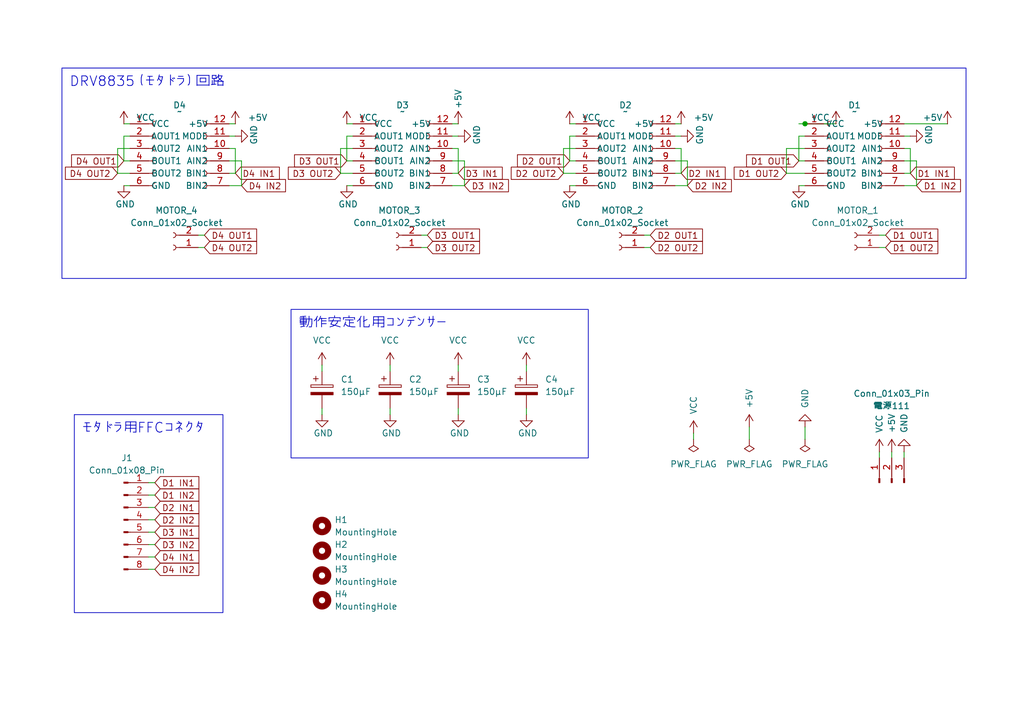
<source format=kicad_sch>
(kicad_sch (version 20250114) (generator "eeschema") (generator_version "9.0")
  (paper "A5")
  (lib_symbols
    (symbol "Connector:Conn_01x02_Socket" (pin_names (offset 1.016) (hide yes))
      (property "Reference" "J" (at 0 2.54 0))
      (property "Value" "Conn_01x02_Socket" (at 0 -5.08 0))
      (symbol "Conn_01x02_Socket_1_1"
        (polyline (pts (xy -1.27 0) (xy -0.508 0)) (stroke (width 0.1524)))
        (polyline (pts (xy -1.27 -2.54) (xy -0.508 -2.54)) (stroke (width 0.1524)))
        (arc (start 0 -0.508) (mid -0.5058 0) (end 0 0.508) (stroke (width 0.1524)))
        (arc (start 0 -3.048) (mid -0.5058 -2.54) (end 0 -2.032) (stroke (width 0.1524)))
        (pin passive line (at -5.08 0 0) (length 3.81) (name "Pin_1") (number "1"))
        (pin passive line (at -5.08 -2.54 0) (length 3.81) (name "Pin_2") (number "2"))
      )
    )
    (symbol "Connector:Conn_01x03_Pin" (pin_names (offset 1.016) (hide yes))
      (property "Reference" "J" (at 0 5.08 0))
      (property "Value" "Conn_01x03_Pin" (at 0 -5.08 0))
      (symbol "Conn_01x03_Pin_1_1"
        (rectangle (start 0.8636 2.667) (end 0 2.413) (stroke (width 0.1524)) (fill (type outline)))
        (rectangle (start 0.8636 0.127) (end 0 -0.127) (stroke (width 0.1524)) (fill (type outline)))
        (rectangle (start 0.8636 -2.413) (end 0 -2.667) (stroke (width 0.1524)) (fill (type outline)))
        (polyline (pts (xy 1.27 2.54) (xy 0.8636 2.54)) (stroke (width 0.1524)))
        (polyline (pts (xy 1.27 0) (xy 0.8636 0)) (stroke (width 0.1524)))
        (polyline (pts (xy 1.27 -2.54) (xy 0.8636 -2.54)) (stroke (width 0.1524)))
        (pin passive line (at 5.08 2.54 180) (length 3.81) (name "Pin_1") (number "1"))
        (pin passive line (at 5.08 0 180) (length 3.81) (name "Pin_2") (number "2"))
        (pin passive line (at 5.08 -2.54 180) (length 3.81) (name "Pin_3") (number "3"))
      )
    )
    (symbol "Connector:Conn_01x08_Pin" (pin_names (offset 1.016) (hide yes))
      (property "Reference" "J" (at 0 10.16 0))
      (property "Value" "Conn_01x08_Pin" (at 0 -12.7 0))
      (symbol "Conn_01x08_Pin_1_1"
        (rectangle (start 0.8636 7.747) (end 0 7.493) (stroke (width 0.1524)) (fill (type outline)))
        (rectangle (start 0.8636 5.207) (end 0 4.953) (stroke (width 0.1524)) (fill (type outline)))
        (rectangle (start 0.8636 2.667) (end 0 2.413) (stroke (width 0.1524)) (fill (type outline)))
        (rectangle (start 0.8636 0.127) (end 0 -0.127) (stroke (width 0.1524)) (fill (type outline)))
        (rectangle (start 0.8636 -2.413) (end 0 -2.667) (stroke (width 0.1524)) (fill (type outline)))
        (rectangle (start 0.8636 -4.953) (end 0 -5.207) (stroke (width 0.1524)) (fill (type outline)))
        (rectangle (start 0.8636 -7.493) (end 0 -7.747) (stroke (width 0.1524)) (fill (type outline)))
        (rectangle (start 0.8636 -10.033) (end 0 -10.287) (stroke (width 0.1524)) (fill (type outline)))
        (polyline (pts (xy 1.27 7.62) (xy 0.8636 7.62)) (stroke (width 0.1524)))
        (polyline (pts (xy 1.27 5.08) (xy 0.8636 5.08)) (stroke (width 0.1524)))
        (polyline (pts (xy 1.27 2.54) (xy 0.8636 2.54)) (stroke (width 0.1524)))
        (polyline (pts (xy 1.27 0) (xy 0.8636 0)) (stroke (width 0.1524)))
        (polyline (pts (xy 1.27 -2.54) (xy 0.8636 -2.54)) (stroke (width 0.1524)))
        (polyline (pts (xy 1.27 -5.08) (xy 0.8636 -5.08)) (stroke (width 0.1524)))
        (polyline (pts (xy 1.27 -7.62) (xy 0.8636 -7.62)) (stroke (width 0.1524)))
        (polyline (pts (xy 1.27 -10.16) (xy 0.8636 -10.16)) (stroke (width 0.1524)))
        (pin passive line (at 5.08 7.62 180) (length 3.81) (name "Pin_1") (number "1"))
        (pin passive line (at 5.08 5.08 180) (length 3.81) (name "Pin_2") (number "2"))
        (pin passive line (at 5.08 2.54 180) (length 3.81) (name "Pin_3") (number "3"))
        (pin passive line (at 5.08 0 180) (length 3.81) (name "Pin_4") (number "4"))
        (pin passive line (at 5.08 -2.54 180) (length 3.81) (name "Pin_5") (number "5"))
        (pin passive line (at 5.08 -5.08 180) (length 3.81) (name "Pin_6") (number "6"))
        (pin passive line (at 5.08 -7.62 180) (length 3.81) (name "Pin_7") (number "7"))
        (pin passive line (at 5.08 -10.16 180) (length 3.81) (name "Pin_8") (number "8"))
      )
    )
    (symbol "Device:C_Polarized" (pin_numbers (hide yes)) (pin_names (offset 0.254))
      (property "Reference" "C" (at 0.635 2.54 0))
      (property "Value" "C_Polarized" (at 0.635 -2.54 0))
      (symbol "C_Polarized_0_1"
        (rectangle (start -2.286 0.508) (end 2.286 1.016))
        (polyline (pts (xy -1.778 2.286) (xy -0.762 2.286)))
        (polyline (pts (xy -1.27 2.794) (xy -1.27 1.778)))
        (rectangle (start 2.286 -0.508) (end -2.286 -1.016) (fill (type outline)))
      )
      (symbol "C_Polarized_1_1"
        (pin passive line (at 0 3.81 270) (length 2.794) (name "~") (number "1"))
        (pin passive line (at 0 -3.81 90) (length 2.794) (name "~") (number "2"))
      )
    )
    (symbol "MOTOR DRIVER:DRV8835"
      (property "Reference" "D" (at -4.826 7.874 0))
      (symbol "DRV8835_1_1"
        (polyline (pts (xy -8.89 5.08) (xy -8.128 5.08)) (stroke (width 0.1524)))
        (polyline (pts (xy -8.89 2.54) (xy -8.128 2.54)) (stroke (width 0.1524)))
        (polyline (pts (xy -8.89 0) (xy -8.128 0)) (stroke (width 0.1524)))
        (polyline (pts (xy -8.89 -2.54) (xy -8.128 -2.54)) (stroke (width 0.1524)))
        (polyline (pts (xy -8.89 -5.08) (xy -8.128 -5.08)) (stroke (width 0.1524)))
        (polyline (pts (xy -8.89 -7.62) (xy -8.128 -7.62)) (stroke (width 0.1524)))
        (arc (start -7.62 4.572) (mid -8.1258 5.08) (end -7.62 5.588) (stroke (width 0.1524)))
        (arc (start -7.62 2.032) (mid -8.1258 2.54) (end -7.62 3.048) (stroke (width 0.1524)))
        (arc (start -7.62 -0.508) (mid -8.1258 0) (end -7.62 0.508) (stroke (width 0.1524)))
        (arc (start -7.62 -3.048) (mid -8.1258 -2.54) (end -7.62 -2.032) (stroke (width 0.1524)))
        (arc (start -7.62 -5.588) (mid -8.1258 -5.08) (end -7.62 -4.572) (stroke (width 0.1524)))
        (arc (start -7.62 -8.128) (mid -8.1258 -7.62) (end -7.62 -7.112) (stroke (width 0.1524)))
        (arc (start 2.54 5.588) (mid 3.046 5.08) (end 2.54 4.572) (stroke (width 0.1524)))
        (arc (start 2.54 3.048) (mid 3.046 2.54) (end 2.54 2.032) (stroke (width 0.1524)))
        (arc (start 2.54 0.508) (mid 3.046 0) (end 2.54 -0.508) (stroke (width 0.1524)))
        (arc (start 2.54 -2.032) (mid 3.046 -2.54) (end 2.54 -3.048) (stroke (width 0.1524)))
        (arc (start 2.54 -4.572) (mid 3.046 -5.08) (end 2.54 -5.588) (stroke (width 0.1524)))
        (arc (start 2.54 -7.112) (mid 3.046 -7.62) (end 2.54 -8.128) (stroke (width 0.1524)))
        (polyline (pts (xy 3.81 5.08) (xy 3.048 5.08)) (stroke (width 0.1524)))
        (polyline (pts (xy 3.81 2.54) (xy 3.048 2.54)) (stroke (width 0.1524)))
        (polyline (pts (xy 3.81 0) (xy 3.048 0)) (stroke (width 0.1524)))
        (polyline (pts (xy 3.81 -2.54) (xy 3.048 -2.54)) (stroke (width 0.1524)))
        (polyline (pts (xy 3.81 -5.08) (xy 3.048 -5.08)) (stroke (width 0.1524)))
        (polyline (pts (xy 3.81 -7.62) (xy 3.048 -7.62)) (stroke (width 0.1524)))
        (pin passive line (at -12.7 5.08 0) (length 3.81) (name "VCC") (number "1"))
        (pin passive line (at -12.7 2.54 0) (length 3.81) (name "AOUT1") (number "2"))
        (pin passive line (at -12.7 0 0) (length 3.81) (name "AOUT2") (number "3"))
        (pin passive line (at -12.7 -2.54 0) (length 3.81) (name "BOUT1") (number "4"))
        (pin passive line (at -12.7 -5.08 0) (length 3.81) (name "BOUT2") (number "5"))
        (pin passive line (at -12.7 -7.62 0) (length 3.81) (name "GND") (number "6"))
        (pin passive line (at 7.62 5.08 180) (length 3.81) (name "+5V") (number "12"))
        (pin passive line (at 7.62 2.54 180) (length 3.81) (name "MODE") (number "11"))
        (pin passive line (at 7.62 0 180) (length 3.81) (name "AIN1") (number "10"))
        (pin passive line (at 7.62 -2.54 180) (length 3.81) (name "AIN2") (number "9"))
        (pin passive line (at 7.62 -5.08 180) (length 3.81) (name "BIN1") (number "8"))
        (pin passive line (at 7.62 -7.62 180) (length 3.81) (name "BIN2") (number "7"))
      )
    )
    (symbol "Mechanical:MountingHole" (pin_names (offset 1.016)) (exclude_from_sim yes) (in_bom no)
      (property "Reference" "H" (at 0 5.08 0))
      (property "Value" "MountingHole" (at 0 3.175 0))
      (symbol "MountingHole_0_1"
        (circle (center 0 0) (radius 1.27) (stroke (width 1.27)))
      )
    )
    (symbol "power:+5V" (power) (pin_numbers (hide yes)) (pin_names (offset 0) (hide yes))
      (property "Value" "+5V" (at 0 3.556 0))
      (symbol "+5V_0_1"
        (polyline (pts (xy -0.762 1.27) (xy 0 2.54)))
        (polyline (pts (xy 0 2.54) (xy 0.762 1.27)))
        (polyline (pts (xy 0 0) (xy 0 2.54)))
      )
      (symbol "+5V_1_1"
        (pin power_in line (at 0 0 90) (length 0) (name "~") (number "1"))
      )
    )
    (symbol "power:GND" (power) (pin_numbers (hide yes)) (pin_names (offset 0) (hide yes))
      (property "Value" "GND" (at 0 -3.81 0))
      (symbol "GND_0_1"
        (polyline (pts (xy 0 0) (xy 0 -1.27) (xy 1.27 -1.27) (xy 0 -2.54) (xy -1.27 -1.27) (xy 0 -1.27)))
      )
      (symbol "GND_1_1"
        (pin power_in line (at 0 0 270) (length 0) (name "~") (number "1"))
      )
    )
    (symbol "power:PWR_FLAG" (power) (pin_numbers (hide yes)) (pin_names (offset 0) (hide yes))
      (property "Value" "PWR_FLAG" (at 0 3.81 0))
      (symbol "PWR_FLAG_0_0"
        (pin power_out line (at 0 0 90) (length 0) (name "~") (number "1"))
      )
      (symbol "PWR_FLAG_0_1"
        (polyline (pts (xy 0 0) (xy 0 1.27) (xy -1.016 1.905) (xy 0 2.54) (xy 1.016 1.905) (xy 0 1.27)))
      )
    )
    (symbol "power:VCC" (power) (pin_numbers (hide yes)) (pin_names (offset 0) (hide yes))
      (property "Value" "VCC" (at 0 3.556 0))
      (symbol "VCC_0_1"
        (polyline (pts (xy -0.762 1.27) (xy 0 2.54)))
        (polyline (pts (xy 0 2.54) (xy 0.762 1.27)))
        (polyline (pts (xy 0 0) (xy 0 2.54)))
      )
      (symbol "VCC_1_1"
        (pin power_in line (at 0 0 90) (length 0) (name "~") (number "1"))
      )
    )
  )
  (text_box "DRV8835（モタドラ）回路" (at 12.7 13.97 0) (size 185.42 43.18) (margins 1.5 1.5 1.5 1.5) (effects (font (size 2 2)) (justify left top)))
  (text_box "動作安定化用コンデンサー" (at 59.69 63.5 0) (size 60.96 30.48) (margins 1.5 1.5 1.5 1.5) (effects (font (size 2 2)) (justify left top)))
  (text_box "モタドラ用FFCコネクタ" (at 15.24 85.09 0) (size 30.48 40.64) (margins 1.5 1.5 1.5 1.5) (effects (font (size 2 2)) (justify left top)))
  (junction (at 165.1 25.4))
  (wire (pts (xy 25.4 33.02) (xy 26.67 33.02)))
  (wire (pts (xy 115.57 30.48) (xy 115.57 35.56)))
  (wire (pts (xy 132.08 48.26) (xy 133.35 48.26)))
  (wire (pts (xy 163.83 27.94) (xy 163.83 33.02)))
  (wire (pts (xy 181.61 48.26) (xy 180.34 48.26)))
  (wire (pts (xy 153.67 87.63) (xy 153.67 90.17)))
  (wire (pts (xy 161.29 30.48) (xy 165.1 30.48)))
  (wire (pts (xy 116.84 27.94) (xy 116.84 33.02)))
  (wire (pts (xy 163.83 33.02) (xy 165.1 33.02)))
  (wire (pts (xy 118.11 38.1) (xy 116.84 38.1)))
  (wire (pts (xy 46.99 38.1) (xy 49.53 38.1)))
  (wire (pts (xy 138.43 30.48) (xy 139.7 30.48)))
  (wire (pts (xy 185.42 27.94) (xy 186.69 27.94)))
  (wire (pts (xy 95.25 38.1) (xy 92.71 38.1)))
  (wire (pts (xy 31.75 99.06) (xy 30.48 99.06)))
  (wire (pts (xy 24.13 35.56) (xy 26.67 35.56)))
  (wire (pts (xy 139.7 25.4) (xy 138.43 25.4)))
  (wire (pts (xy 165.1 87.63) (xy 165.1 90.17)))
  (wire (pts (xy 185.42 25.4) (xy 194.31 25.4)))
  (wire (pts (xy 92.71 33.02) (xy 95.25 33.02)))
  (wire (pts (xy 182.88 93.98) (xy 182.88 92.71)))
  (wire (pts (xy 116.84 33.02) (xy 118.11 33.02)))
  (wire (pts (xy 26.67 25.4) (xy 25.4 25.4)))
  (wire (pts (xy 48.26 30.48) (xy 48.26 35.56)))
  (wire (pts (xy 133.35 50.8) (xy 132.08 50.8)))
  (wire (pts (xy 139.7 30.48) (xy 139.7 35.56)))
  (wire (pts (xy 139.7 27.94) (xy 138.43 27.94)))
  (wire (pts (xy 140.97 33.02) (xy 140.97 38.1)))
  (wire (pts (xy 46.99 33.02) (xy 49.53 33.02)))
  (wire (pts (xy 41.91 48.26) (xy 40.64 48.26)))
  (wire (pts (xy 31.75 114.3) (xy 30.48 114.3)))
  (wire (pts (xy 92.71 27.94) (xy 93.98 27.94)))
  (wire (pts (xy 46.99 25.4) (xy 48.26 25.4)))
  (wire (pts (xy 186.69 35.56) (xy 185.42 35.56)))
  (wire (pts (xy 41.91 50.8) (xy 40.64 50.8)))
  (wire (pts (xy 138.43 33.02) (xy 140.97 33.02)))
  (wire (pts (xy 31.75 116.84) (xy 30.48 116.84)))
  (wire (pts (xy 31.75 101.6) (xy 30.48 101.6)))
  (wire (pts (xy 24.13 30.48) (xy 24.13 35.56)))
  (wire (pts (xy 165.1 25.4) (xy 171.45 25.4)))
  (wire (pts (xy 93.98 83.82) (xy 93.98 85.09)))
  (wire (pts (xy 186.69 30.48) (xy 186.69 35.56)))
  (wire (pts (xy 93.98 35.56) (xy 92.71 35.56)))
  (wire (pts (xy 26.67 30.48) (xy 24.13 30.48)))
  (wire (pts (xy 142.24 88.9) (xy 142.24 90.17)))
  (wire (pts (xy 71.12 27.94) (xy 71.12 33.02)))
  (wire (pts (xy 25.4 27.94) (xy 25.4 33.02)))
  (wire (pts (xy 69.85 30.48) (xy 72.39 30.48)))
  (wire (pts (xy 26.67 27.94) (xy 25.4 27.94)))
  (wire (pts (xy 163.83 38.1) (xy 165.1 38.1)))
  (wire (pts (xy 71.12 38.1) (xy 72.39 38.1)))
  (wire (pts (xy 93.98 30.48) (xy 93.98 35.56)))
  (wire (pts (xy 92.71 30.48) (xy 93.98 30.48)))
  (wire (pts (xy 87.63 48.26) (xy 86.36 48.26)))
  (wire (pts (xy 115.57 35.56) (xy 118.11 35.56)))
  (wire (pts (xy 187.96 38.1) (xy 185.42 38.1)))
  (wire (pts (xy 25.4 38.1) (xy 26.67 38.1)))
  (wire (pts (xy 71.12 33.02) (xy 72.39 33.02)))
  (wire (pts (xy 139.7 35.56) (xy 138.43 35.56)))
  (wire (pts (xy 66.04 83.82) (xy 66.04 85.09)))
  (wire (pts (xy 95.25 33.02) (xy 95.25 38.1)))
  (wire (pts (xy 31.75 106.68) (xy 30.48 106.68)))
  (wire (pts (xy 115.57 30.48) (xy 118.11 30.48)))
  (wire (pts (xy 118.11 27.94) (xy 116.84 27.94)))
  (wire (pts (xy 49.53 33.02) (xy 49.53 38.1)))
  (wire (pts (xy 46.99 30.48) (xy 48.26 30.48)))
  (wire (pts (xy 31.75 111.76) (xy 30.48 111.76)))
  (wire (pts (xy 93.98 25.4) (xy 92.71 25.4)))
  (wire (pts (xy 69.85 30.48) (xy 69.85 35.56)))
  (wire (pts (xy 161.29 35.56) (xy 165.1 35.56)))
  (wire (pts (xy 80.01 83.82) (xy 80.01 85.09)))
  (wire (pts (xy 161.29 30.48) (xy 161.29 35.56)))
  (wire (pts (xy 185.42 30.48) (xy 186.69 30.48)))
  (wire (pts (xy 187.96 33.02) (xy 187.96 38.1)))
  (wire (pts (xy 107.95 74.93) (xy 107.95 76.2)))
  (wire (pts (xy 163.83 25.4) (xy 165.1 25.4)))
  (wire (pts (xy 72.39 25.4) (xy 71.12 25.4)))
  (wire (pts (xy 140.97 38.1) (xy 138.43 38.1)))
  (wire (pts (xy 185.42 93.98) (xy 185.42 92.71)))
  (wire (pts (xy 185.42 33.02) (xy 187.96 33.02)))
  (wire (pts (xy 107.95 83.82) (xy 107.95 85.09)))
  (wire (pts (xy 80.01 74.93) (xy 80.01 76.2)))
  (wire (pts (xy 31.75 109.22) (xy 30.48 109.22)))
  (wire (pts (xy 72.39 27.94) (xy 71.12 27.94)))
  (wire (pts (xy 86.36 50.8) (xy 87.63 50.8)))
  (wire (pts (xy 31.75 104.14) (xy 30.48 104.14)))
  (wire (pts (xy 180.34 93.98) (xy 180.34 92.71)))
  (wire (pts (xy 48.26 27.94) (xy 46.99 27.94)))
  (wire (pts (xy 66.04 74.93) (xy 66.04 76.2)))
  (wire (pts (xy 93.98 74.93) (xy 93.98 76.2)))
  (wire (pts (xy 118.11 25.4) (xy 116.84 25.4)))
  (wire (pts (xy 69.85 35.56) (xy 72.39 35.56)))
  (wire (pts (xy 165.1 27.94) (xy 163.83 27.94)))
  (wire (pts (xy 181.61 50.8) (xy 180.34 50.8)))
  (wire (pts (xy 48.26 35.56) (xy 46.99 35.56)))
  (global_label "D4 OUT1" (shape input) (at 41.91 48.26 0) (property "Intersheetrefs" "${INTERSHEET_REFS}" (effects (hide yes))))
  (global_label "D3 OUT1" (shape input) (at 71.12 33.02 180) (property "Intersheetrefs" "${INTERSHEET_REFS}" (effects (hide yes))))
  (global_label "D3 OUT2" (shape input) (at 69.85 35.56 180) (property "Intersheetrefs" "${INTERSHEET_REFS}" (effects (hide yes))))
  (global_label "D1 IN1" (shape input) (at 186.69 35.56 0) (property "Intersheetrefs" "${INTERSHEET_REFS}" (effects (hide yes))))
  (global_label "D1 IN1" (shape input) (at 31.75 99.06 0) (property "Intersheetrefs" "${INTERSHEET_REFS}" (effects (hide yes))))
  (global_label "D2 IN2" (shape input) (at 31.75 106.68 0) (property "Intersheetrefs" "${INTERSHEET_REFS}" (effects (hide yes))))
  (global_label "D1 IN2" (shape input) (at 187.96 38.1 0) (property "Intersheetrefs" "${INTERSHEET_REFS}" (effects (hide yes))))
  (global_label "D2 OUT2" (shape input) (at 115.57 35.56 180) (property "Intersheetrefs" "${INTERSHEET_REFS}" (effects (hide yes))))
  (global_label "D4 OUT2" (shape input) (at 24.13 35.56 180) (property "Intersheetrefs" "${INTERSHEET_REFS}" (effects (hide yes))))
  (global_label "D4 IN1" (shape input) (at 31.75 114.3 0) (property "Intersheetrefs" "${INTERSHEET_REFS}" (effects (hide yes))))
  (global_label "D3 IN1" (shape input) (at 31.75 109.22 0) (property "Intersheetrefs" "${INTERSHEET_REFS}" (effects (hide yes))))
  (global_label "D3 IN1" (shape input) (at 93.98 35.56 0) (property "Intersheetrefs" "${INTERSHEET_REFS}" (effects (hide yes))))
  (global_label "D4 IN1" (shape input) (at 48.26 35.56 0) (property "Intersheetrefs" "${INTERSHEET_REFS}" (effects (hide yes))))
  (global_label "D4 OUT2" (shape input) (at 41.91 50.8 0) (property "Intersheetrefs" "${INTERSHEET_REFS}" (effects (hide yes))))
  (global_label "D2 OUT1" (shape input) (at 133.35 48.26 0) (property "Intersheetrefs" "${INTERSHEET_REFS}" (effects (hide yes))))
  (global_label "D2 OUT2" (shape input) (at 133.35 50.8 0) (property "Intersheetrefs" "${INTERSHEET_REFS}" (effects (hide yes))))
  (global_label "D4 OUT1" (shape input) (at 25.4 33.02 180) (property "Intersheetrefs" "${INTERSHEET_REFS}" (effects (hide yes))))
  (global_label "D3 IN2" (shape input) (at 95.25 38.1 0) (property "Intersheetrefs" "${INTERSHEET_REFS}" (effects (hide yes))))
  (global_label "D2 OUT1" (shape input) (at 116.84 33.02 180) (property "Intersheetrefs" "${INTERSHEET_REFS}" (effects (hide yes))))
  (global_label "D3 OUT2" (shape input) (at 87.63 50.8 0) (property "Intersheetrefs" "${INTERSHEET_REFS}" (effects (hide yes))))
  (global_label "D1 OUT1" (shape input) (at 181.61 48.26 0) (property "Intersheetrefs" "${INTERSHEET_REFS}" (effects (hide yes))))
  (global_label "D4 IN2" (shape input) (at 49.53 38.1 0) (property "Intersheetrefs" "${INTERSHEET_REFS}" (effects (hide yes))))
  (global_label "D1 OUT2" (shape input) (at 181.61 50.8 0) (property "Intersheetrefs" "${INTERSHEET_REFS}" (effects (hide yes))))
  (global_label "D4 IN2" (shape input) (at 31.75 116.84 0) (property "Intersheetrefs" "${INTERSHEET_REFS}" (effects (hide yes))))
  (global_label "D2 IN2" (shape input) (at 140.97 38.1 0) (property "Intersheetrefs" "${INTERSHEET_REFS}" (effects (hide yes))))
  (global_label "D1 OUT1" (shape input) (at 163.83 33.02 180) (property "Intersheetrefs" "${INTERSHEET_REFS}" (effects (hide yes))))
  (global_label "D1 OUT2" (shape input) (at 161.29 35.56 180) (property "Intersheetrefs" "${INTERSHEET_REFS}" (effects (hide yes))))
  (global_label "D3 IN2" (shape input) (at 31.75 111.76 0) (property "Intersheetrefs" "${INTERSHEET_REFS}" (effects (hide yes))))
  (global_label "D2 IN1" (shape input) (at 31.75 104.14 0) (property "Intersheetrefs" "${INTERSHEET_REFS}" (effects (hide yes))))
  (global_label "D3 OUT1" (shape input) (at 87.63 48.26 0) (property "Intersheetrefs" "${INTERSHEET_REFS}" (effects (hide yes))))
  (global_label "D2 IN1" (shape input) (at 139.7 35.56 0) (property "Intersheetrefs" "${INTERSHEET_REFS}" (effects (hide yes))))
  (global_label "D1 IN2" (shape input) (at 31.75 101.6 0) (property "Intersheetrefs" "${INTERSHEET_REFS}" (effects (hide yes))))
  (symbol (lib_id "Device:C_Polarized") (at 80.01 80.01 0) (unit 1)
    (property "Reference" "C2" (at 83.82 77.8509 0) (effects (justify left)))
    (property "Value" "150μF" (at 83.82 80.3909 0) (effects (justify left)))
    (property "Footprint" "Capacitor_THT:CP_Radial_D8.0mm_P3.50mm" (effects (hide yes)))
    (property "Description" "Polarized capacitor" (effects (hide yes)))
  )
  (symbol (lib_id "power:+5V") (at 48.26 25.4 0) (unit 1)
    (property "Reference" "#PWR01" (effects (hide yes)))
    (property "Value" "+5V" (at 50.8 24.1299 0) (effects (justify left)))
    (property "Description" "Power symbol creates a global label with name \"+5V\"" (effects (hide yes)))
  )
  (symbol (lib_id "power:VCC") (at 71.12 25.4 0) (unit 1)
    (property "Reference" "#PWR08" (effects (hide yes)))
    (property "Value" "VCC" (at 73.66 24.1299 0) (effects (justify left)))
    (property "Description" "Power symbol creates a global label with name \"VCC\"" (effects (hide yes)))
  )
  (symbol (lib_id "power:VCC") (at 25.4 25.4 0) (unit 1)
    (property "Reference" "#PWR03" (effects (hide yes)))
    (property "Value" "VCC" (at 27.94 24.1299 0) (effects (justify left)))
    (property "Description" "Power symbol creates a global label with name \"VCC\"" (effects (hide yes)))
  )
  (symbol (lib_id "power:+5V") (at 93.98 25.4 0) (unit 1)
    (property "Reference" "#PWR04" (effects (hide yes)))
    (property "Value" "+5V" (at 93.98 22.352 90) (effects (justify left)))
    (property "Description" "Power symbol creates a global label with name \"+5V\"" (effects (hide yes)))
  )
  (symbol (lib_id "power:GND") (at 139.7 27.94 90) (unit 1)
    (property "Reference" "#PWR022" (effects (hide yes)))
    (property "Value" "GND" (at 143.51 29.718 0) (effects (justify left)))
    (property "Description" "Power symbol creates a global label with name \"GND\" , ground" (effects (hide yes)))
  )
  (symbol (lib_id "Connector:Conn_01x08_Pin") (at 25.4 106.68 0) (unit 1)
    (property "Reference" "J1" (at 26.035 93.98 0))
    (property "Value" "Conn_01x08_Pin" (at 26.035 96.52 0))
    (property "Footprint" "MOTORDRIVE:CON_522710879_MOL" (effects (hide yes)))
    (property "Description" "Generic connector, single row, 01x08, script generated" (effects (hide yes)))
  )
  (symbol (lib_id "Device:C_Polarized") (at 107.95 80.01 0) (unit 1)
    (property "Reference" "C4" (at 111.76 77.8509 0) (effects (justify left)))
    (property "Value" "150μF" (at 111.76 80.3909 0) (effects (justify left)))
    (property "Footprint" "Capacitor_THT:CP_Radial_D8.0mm_P3.50mm" (effects (hide yes)))
    (property "Description" "Polarized capacitor" (effects (hide yes)))
  )
  (symbol (lib_id "power:VCC") (at 180.34 92.71 0) (unit 1)
    (property "Reference" "#PWR05" (effects (hide yes)))
    (property "Value" "VCC" (at 180.3399 88.9 90) (effects (justify left)))
    (property "Description" "Power symbol creates a global label with name \"VCC\"" (effects (hide yes)))
  )
  (symbol (lib_id "power:+5V") (at 139.7 25.4 0) (unit 1)
    (property "Reference" "#PWR09" (effects (hide yes)))
    (property "Value" "+5V" (at 142.24 24.1299 0) (effects (justify left)))
    (property "Description" "Power symbol creates a global label with name \"+5V\"" (effects (hide yes)))
  )
  (symbol (lib_id "Connector:Conn_01x02_Socket") (at 127 50.8 180) (unit 1)
    (property "Reference" "MOTOR_2" (at 127.635 43.18 0))
    (property "Value" "Conn_01x02_Socket" (at 127.635 45.72 0))
    (property "Footprint" "Connector_JST:JST_XH_S2B-XH-A_1x02_P2.50mm_Horizontal" (effects (hide yes)))
    (property "Description" "Generic connector, single row, 01x02, script generated" (effects (hide yes)))
  )
  (symbol (lib_id "Mechanical:MountingHole") (at 66.04 123.19 0) (unit 1) (exclude_from_sim yes) (in_bom no)
    (property "Reference" "H4" (at 68.58 121.9199 0) (effects (justify left)))
    (property "Value" "MountingHole" (at 68.58 124.4599 0) (effects (justify left)))
    (property "Footprint" "MountingHole:MountingHole_3.2mm_M3" (effects (hide yes)))
    (property "Description" "Mounting Hole without connection" (effects (hide yes)))
  )
  (symbol (lib_id "Connector:Conn_01x03_Pin") (at 182.88 99.06 90) (unit 1)
    (property "Reference" "電源111" (at 182.88 83.312 90))
    (property "Value" "Conn_01x03_Pin" (at 182.88 80.772 90))
    (property "Footprint" "Connector_PinHeader_2.54mm:PinHeader_1x03_P2.54mm_Vertical" (effects (hide yes)))
    (property "Description" "Generic connector, single row, 01x03, script generated" (effects (hide yes)))
  )
  (symbol (lib_id "power:GND") (at 116.84 38.1 0) (unit 1)
    (property "Reference" "#PWR021" (effects (hide yes)))
    (property "Value" "GND" (at 115.062 41.91 0) (effects (justify left)))
    (property "Description" "Power symbol creates a global label with name \"GND\" , ground" (effects (hide yes)))
  )
  (symbol (lib_id "power:PWR_FLAG") (at 142.24 90.17 180) (unit 1)
    (property "Reference" "#FLG01" (effects (hide yes)))
    (property "Value" "PWR_FLAG" (at 142.24 95.25 0))
    (property "Description" "Special symbol for telling ERC where power comes from" (effects (hide yes)))
  )
  (symbol (lib_id "Device:C_Polarized") (at 66.04 80.01 0) (unit 1)
    (property "Reference" "C1" (at 69.85 77.8509 0) (effects (justify left)))
    (property "Value" "150μF" (at 69.85 80.3909 0) (effects (justify left)))
    (property "Footprint" "Capacitor_THT:CP_Radial_D8.0mm_P3.50mm" (effects (hide yes)))
    (property "Description" "Polarized capacitor" (effects (hide yes)))
  )
  (symbol (lib_id "Mechanical:MountingHole") (at 66.04 118.11 0) (unit 1) (exclude_from_sim yes) (in_bom no)
    (property "Reference" "H3" (at 68.58 116.8399 0) (effects (justify left)))
    (property "Value" "MountingHole" (at 68.58 119.3799 0) (effects (justify left)))
    (property "Footprint" "MountingHole:MountingHole_3.2mm_M3" (effects (hide yes)))
    (property "Description" "Mounting Hole without connection" (effects (hide yes)))
  )
  (symbol (lib_id "MOTOR DRIVER:DRV8835") (at 85.09 30.48 0) (unit 1)
    (property "Reference" "D3" (at 82.55 21.59 0))
    (property "Value" "~" (at 82.55 22.86 0))
    (property "Footprint" "MOTORDRIVE:DRV8835" (effects (hide yes)))
  )
  (symbol (lib_id "power:VCC") (at 66.04 74.93 0) (unit 1)
    (property "Reference" "#PWR02" (effects (hide yes)))
    (property "Value" "VCC" (at 66.04 69.85 0))
    (property "Description" "Power symbol creates a global label with name \"VCC\"" (effects (hide yes)))
  )
  (symbol (lib_id "power:+5V") (at 194.31 25.4 0) (unit 1)
    (property "Reference" "#PWR011" (effects (hide yes)))
    (property "Value" "+5V" (at 189.23 24.1299 0) (effects (justify left)))
    (property "Description" "Power symbol creates a global label with name \"+5V\"" (effects (hide yes)))
  )
  (symbol (lib_id "power:GND") (at 66.04 85.09 0) (unit 1)
    (property "Reference" "#PWR016" (effects (hide yes)))
    (property "Value" "GND" (at 64.262 88.9 0) (effects (justify left)))
    (property "Description" "Power symbol creates a global label with name \"GND\" , ground" (effects (hide yes)))
  )
  (symbol (lib_id "power:GND") (at 71.12 38.1 0) (unit 1)
    (property "Reference" "#PWR019" (effects (hide yes)))
    (property "Value" "GND" (at 69.342 41.91 0) (effects (justify left)))
    (property "Description" "Power symbol creates a global label with name \"GND\" , ground" (effects (hide yes)))
  )
  (symbol (lib_id "power:GND") (at 25.4 38.1 0) (unit 1)
    (property "Reference" "#PWR018" (effects (hide yes)))
    (property "Value" "GND" (at 23.622 41.91 0) (effects (justify left)))
    (property "Description" "Power symbol creates a global label with name \"GND\" , ground" (effects (hide yes)))
  )
  (symbol (lib_id "power:VCC") (at 171.45 25.4 0) (unit 1)
    (property "Reference" "#PWR015" (effects (hide yes)))
    (property "Value" "VCC" (at 166.37 24.1299 0) (effects (justify left)))
    (property "Description" "Power symbol creates a global label with name \"VCC\"" (effects (hide yes)))
  )
  (symbol (lib_id "Connector:Conn_01x02_Socket") (at 35.56 50.8 180) (unit 1)
    (property "Reference" "MOTOR_4" (at 36.195 43.18 0))
    (property "Value" "Conn_01x02_Socket" (at 36.195 45.72 0))
    (property "Footprint" "Connector_JST:JST_XH_S2B-XH-A_1x02_P2.50mm_Horizontal" (effects (hide yes)))
    (property "Description" "Generic connector, single row, 01x02, script generated" (effects (hide yes)))
  )
  (symbol (lib_id "power:VCC") (at 142.24 88.9 0) (unit 1)
    (property "Reference" "#PWR012" (effects (hide yes)))
    (property "Value" "VCC" (at 142.2399 85.09 90) (effects (justify left)))
    (property "Description" "Power symbol creates a global label with name \"VCC\"" (effects (hide yes)))
  )
  (symbol (lib_id "Device:C_Polarized") (at 93.98 80.01 0) (unit 1)
    (property "Reference" "C3" (at 97.79 77.8509 0) (effects (justify left)))
    (property "Value" "150μF" (at 97.79 80.3909 0) (effects (justify left)))
    (property "Footprint" "Capacitor_THT:CP_Radial_D8.0mm_P3.50mm" (effects (hide yes)))
    (property "Description" "Polarized capacitor" (effects (hide yes)))
  )
  (symbol (lib_id "MOTOR DRIVER:DRV8835") (at 39.37 30.48 0) (unit 1)
    (property "Reference" "D4" (at 36.83 21.59 0))
    (property "Value" "~" (at 36.83 22.86 0))
    (property "Footprint" "MOTORDRIVE:DRV8835" (effects (hide yes)))
  )
  (symbol (lib_id "Connector:Conn_01x02_Socket") (at 81.28 50.8 180) (unit 1)
    (property "Reference" "MOTOR_3" (at 81.915 43.18 0))
    (property "Value" "Conn_01x02_Socket" (at 81.915 45.72 0))
    (property "Footprint" "Connector_JST:JST_XH_S2B-XH-A_1x02_P2.50mm_Horizontal" (effects (hide yes)))
    (property "Description" "Generic connector, single row, 01x02, script generated" (effects (hide yes)))
  )
  (symbol (lib_id "power:VCC") (at 80.01 74.93 0) (unit 1)
    (property "Reference" "#PWR025" (effects (hide yes)))
    (property "Value" "VCC" (at 80.01 69.85 0))
    (property "Description" "Power symbol creates a global label with name \"VCC\"" (effects (hide yes)))
  )
  (symbol (lib_id "Connector:Conn_01x02_Socket") (at 175.26 50.8 180) (unit 1)
    (property "Reference" "MOTOR_1" (at 175.895 43.18 0))
    (property "Value" "Conn_01x02_Socket" (at 175.895 45.72 0))
    (property "Footprint" "Connector_JST:JST_XH_S2B-XH-A_1x02_P2.50mm_Horizontal" (effects (hide yes)))
    (property "Description" "Generic connector, single row, 01x02, script generated" (effects (hide yes)))
  )
  (symbol (lib_id "power:GND") (at 48.26 27.94 90) (unit 1)
    (property "Reference" "#PWR017" (effects (hide yes)))
    (property "Value" "GND" (at 52.07 29.718 0) (effects (justify left)))
    (property "Description" "Power symbol creates a global label with name \"GND\" , ground" (effects (hide yes)))
  )
  (symbol (lib_id "power:GND") (at 93.98 27.94 90) (unit 1)
    (property "Reference" "#PWR020" (effects (hide yes)))
    (property "Value" "GND" (at 97.79 29.718 0) (effects (justify left)))
    (property "Description" "Power symbol creates a global label with name \"GND\" , ground" (effects (hide yes)))
  )
  (symbol (lib_id "power:GND") (at 107.95 85.09 0) (unit 1)
    (property "Reference" "#PWR030" (effects (hide yes)))
    (property "Value" "GND" (at 106.172 88.9 0) (effects (justify left)))
    (property "Description" "Power symbol creates a global label with name \"GND\" , ground" (effects (hide yes)))
  )
  (symbol (lib_id "power:GND") (at 186.69 27.94 90) (unit 1)
    (property "Reference" "#PWR024" (effects (hide yes)))
    (property "Value" "GND" (at 190.5 29.718 0) (effects (justify left)))
    (property "Description" "Power symbol creates a global label with name \"GND\" , ground" (effects (hide yes)))
  )
  (symbol (lib_id "Mechanical:MountingHole") (at 66.04 107.95 0) (unit 1) (exclude_from_sim yes) (in_bom no)
    (property "Reference" "H1" (at 68.58 106.6799 0) (effects (justify left)))
    (property "Value" "MountingHole" (at 68.58 109.2199 0) (effects (justify left)))
    (property "Footprint" "MountingHole:MountingHole_3.2mm_M3" (effects (hide yes)))
    (property "Description" "Mounting Hole without connection" (effects (hide yes)))
  )
  (symbol (lib_id "power:GND") (at 185.42 92.71 180) (unit 1)
    (property "Reference" "#PWR07" (effects (hide yes)))
    (property "Value" "GND" (at 185.4199 88.9 90) (effects (justify right)))
    (property "Description" "Power symbol creates a global label with name \"GND\" , ground" (effects (hide yes)))
  )
  (symbol (lib_id "power:VCC") (at 107.95 74.93 0) (unit 1)
    (property "Reference" "#PWR027" (effects (hide yes)))
    (property "Value" "VCC" (at 107.95 69.85 0))
    (property "Description" "Power symbol creates a global label with name \"VCC\"" (effects (hide yes)))
  )
  (symbol (lib_id "MOTOR DRIVER:DRV8835") (at 177.8 30.48 0) (unit 1)
    (property "Reference" "D1" (at 175.26 21.59 0))
    (property "Value" "~" (at 175.26 22.86 0))
    (property "Footprint" "MOTORDRIVE:DRV8835" (effects (hide yes)))
  )
  (symbol (lib_id "power:+5V") (at 153.67 87.63 0) (unit 1)
    (property "Reference" "#PWR013" (effects (hide yes)))
    (property "Value" "+5V" (at 153.6699 83.82 90) (effects (justify left)))
    (property "Description" "Power symbol creates a global label with name \"+5V\"" (effects (hide yes)))
  )
  (symbol (lib_id "MOTOR DRIVER:DRV8835") (at 130.81 30.48 0) (unit 1)
    (property "Reference" "D2" (at 128.27 21.59 0))
    (property "Value" "~" (at 128.27 22.86 0))
    (property "Footprint" "MOTORDRIVE:DRV8835" (effects (hide yes)))
  )
  (symbol (lib_id "power:GND") (at 80.01 85.09 0) (unit 1)
    (property "Reference" "#PWR028" (effects (hide yes)))
    (property "Value" "GND" (at 78.232 88.9 0) (effects (justify left)))
    (property "Description" "Power symbol creates a global label with name \"GND\" , ground" (effects (hide yes)))
  )
  (symbol (lib_id "Mechanical:MountingHole") (at 66.04 113.03 0) (unit 1) (exclude_from_sim yes) (in_bom no)
    (property "Reference" "H2" (at 68.58 111.7599 0) (effects (justify left)))
    (property "Value" "MountingHole" (at 68.58 114.2999 0) (effects (justify left)))
    (property "Footprint" "MountingHole:MountingHole_3.2mm_M3" (effects (hide yes)))
    (property "Description" "Mounting Hole without connection" (effects (hide yes)))
  )
  (symbol (lib_id "power:GND") (at 163.83 38.1 0) (unit 1)
    (property "Reference" "#PWR023" (effects (hide yes)))
    (property "Value" "GND" (at 162.052 41.91 0) (effects (justify left)))
    (property "Description" "Power symbol creates a global label with name \"GND\" , ground" (effects (hide yes)))
  )
  (symbol (lib_id "power:PWR_FLAG") (at 153.67 90.17 180) (unit 1)
    (property "Reference" "#FLG02" (effects (hide yes)))
    (property "Value" "PWR_FLAG" (at 153.67 95.25 0))
    (property "Description" "Special symbol for telling ERC where power comes from" (effects (hide yes)))
  )
  (symbol (lib_id "power:VCC") (at 116.84 25.4 0) (unit 1)
    (property "Reference" "#PWR010" (effects (hide yes)))
    (property "Value" "VCC" (at 119.38 24.1299 0) (effects (justify left)))
    (property "Description" "Power symbol creates a global label with name \"VCC\"" (effects (hide yes)))
  )
  (symbol (lib_id "power:GND") (at 165.1 87.63 180) (unit 1)
    (property "Reference" "#PWR014" (effects (hide yes)))
    (property "Value" "GND" (at 165.0999 83.82 90) (effects (justify right)))
    (property "Description" "Power symbol creates a global label with name \"GND\" , ground" (effects (hide yes)))
  )
  (symbol (lib_id "power:GND") (at 93.98 85.09 0) (unit 1)
    (property "Reference" "#PWR029" (effects (hide yes)))
    (property "Value" "GND" (at 92.202 88.9 0) (effects (justify left)))
    (property "Description" "Power symbol creates a global label with name \"GND\" , ground" (effects (hide yes)))
  )
  (symbol (lib_id "power:+5V") (at 182.88 92.71 0) (unit 1)
    (property "Reference" "#PWR06" (effects (hide yes)))
    (property "Value" "+5V" (at 182.8799 88.9 90) (effects (justify left)))
    (property "Description" "Power symbol creates a global label with name \"+5V\"" (effects (hide yes)))
  )
  (symbol (lib_id "power:PWR_FLAG") (at 165.1 90.17 180) (unit 1)
    (property "Reference" "#FLG03" (effects (hide yes)))
    (property "Value" "PWR_FLAG" (at 165.1 95.25 0))
    (property "Description" "Special symbol for telling ERC where power comes from" (effects (hide yes)))
  )
  (symbol (lib_id "power:VCC") (at 93.98 74.93 0) (unit 1)
    (property "Reference" "#PWR026" (effects (hide yes)))
    (property "Value" "VCC" (at 93.98 69.85 0))
    (property "Description" "Power symbol creates a global label with name \"VCC\"" (effects (hide yes)))
  )
)
</source>
